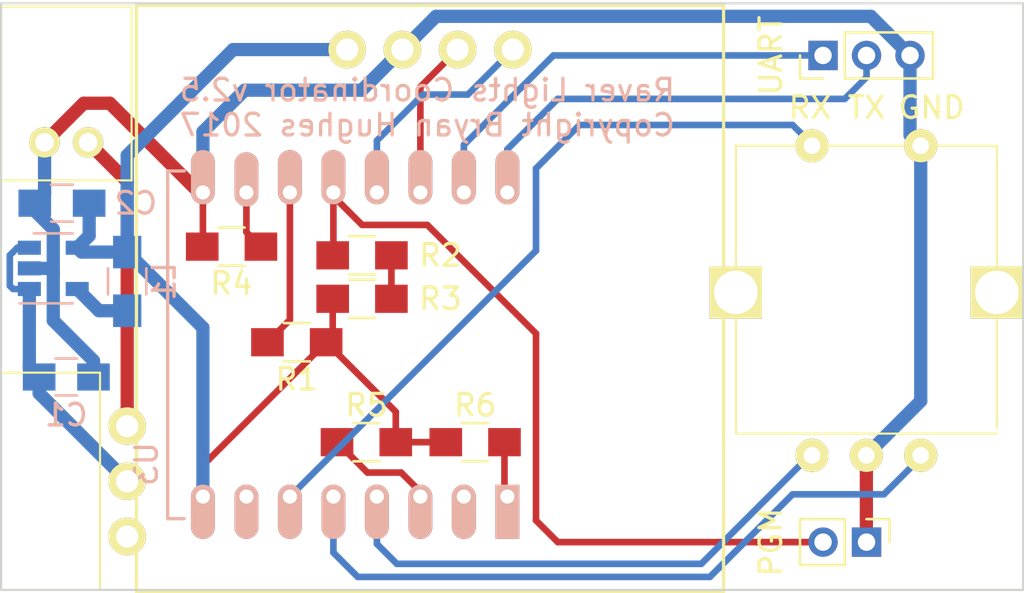
<source format=kicad_pcb>
(kicad_pcb (version 4) (host pcbnew 4.0.2-stable)

  (general
    (links 37)
    (no_connects 0)
    (area 150.149999 98.149999 197.250001 125.250001)
    (thickness 1.6)
    (drawings 11)
    (tracks 113)
    (zones 0)
    (modules 17)
    (nets 19)
  )

  (page A)
  (layers
    (0 F.Cu signal)
    (31 B.Cu signal)
    (32 B.Adhes user)
    (33 F.Adhes user)
    (34 B.Paste user)
    (35 F.Paste user)
    (36 B.SilkS user)
    (37 F.SilkS user)
    (38 B.Mask user)
    (39 F.Mask user)
    (40 Dwgs.User user)
    (41 Cmts.User user)
    (42 Eco1.User user)
    (43 Eco2.User user)
    (44 Edge.Cuts user)
    (45 Margin user)
    (46 B.CrtYd user)
    (47 F.CrtYd user)
    (48 B.Fab user)
    (49 F.Fab user)
  )

  (setup
    (last_trace_width 0.3048)
    (user_trace_width 0.1524)
    (user_trace_width 0.3048)
    (user_trace_width 0.6096)
    (user_trace_width 1.2192)
    (trace_clearance 0.1524)
    (zone_clearance 0.508)
    (zone_45_only no)
    (trace_min 0.1524)
    (segment_width 0.2)
    (edge_width 0.1)
    (via_size 0.6858)
    (via_drill 0.3302)
    (via_min_size 0.6858)
    (via_min_drill 0.3302)
    (uvia_size 0.762)
    (uvia_drill 0.508)
    (uvias_allowed no)
    (uvia_min_size 0)
    (uvia_min_drill 0)
    (pcb_text_width 0.3)
    (pcb_text_size 1.5 1.5)
    (mod_edge_width 0.15)
    (mod_text_size 1 1)
    (mod_text_width 0.15)
    (pad_size 1.35 1.35)
    (pad_drill 0.8)
    (pad_to_mask_clearance 0)
    (aux_axis_origin 0 0)
    (grid_origin 175.2 118.4)
    (visible_elements FFFFFF7F)
    (pcbplotparams
      (layerselection 0x00030_80000001)
      (usegerberextensions false)
      (excludeedgelayer true)
      (linewidth 0.100000)
      (plotframeref false)
      (viasonmask false)
      (mode 1)
      (useauxorigin false)
      (hpglpennumber 1)
      (hpglpenspeed 20)
      (hpglpendiameter 15)
      (hpglpenoverlay 2)
      (psnegative false)
      (psa4output false)
      (plotreference true)
      (plotvalue true)
      (plotinvisibletext false)
      (padsonsilk false)
      (subtractmaskfromsilk false)
      (outputformat 1)
      (mirror false)
      (drillshape 0)
      (scaleselection 1)
      (outputdirectory ""))
  )

  (net 0 "")
  (net 1 "Net-(C1-Pad1)")
  (net 2 "Net-(L1-Pad1)")
  (net 3 "Net-(P1-Pad1)")
  (net 4 "Net-(P4-Pad1)")
  (net 5 "Net-(P4-Pad2)")
  (net 6 "Net-(P5-Pad2)")
  (net 7 "Net-(U3-Pad13)")
  (net 8 "Net-(U3-Pad4)")
  (net 9 "Net-(U3-Pad5)")
  (net 10 "Net-(U3-Pad6)")
  (net 11 "Net-(U3-Pad14)")
  (net 12 GND)
  (net 13 +3V3)
  (net 14 "Net-(R1-Pad2)")
  (net 15 "Net-(R2-Pad2)")
  (net 16 "Net-(R4-Pad1)")
  (net 17 "Net-(R5-Pad1)")
  (net 18 "Net-(R6-Pad2)")

  (net_class Default "This is the default net class."
    (clearance 0.1524)
    (trace_width 0.1524)
    (via_dia 0.6858)
    (via_drill 0.3302)
    (uvia_dia 0.762)
    (uvia_drill 0.508)
    (add_net +3V3)
    (add_net GND)
    (add_net "Net-(C1-Pad1)")
    (add_net "Net-(L1-Pad1)")
    (add_net "Net-(P1-Pad1)")
    (add_net "Net-(P4-Pad1)")
    (add_net "Net-(P4-Pad2)")
    (add_net "Net-(P5-Pad2)")
    (add_net "Net-(R1-Pad2)")
    (add_net "Net-(R2-Pad2)")
    (add_net "Net-(R4-Pad1)")
    (add_net "Net-(R5-Pad1)")
    (add_net "Net-(R6-Pad2)")
    (add_net "Net-(U3-Pad13)")
    (add_net "Net-(U3-Pad14)")
    (add_net "Net-(U3-Pad4)")
    (add_net "Net-(U3-Pad5)")
    (add_net "Net-(U3-Pad6)")
  )

  (module Capacitors_SMD:C_0805_HandSoldering (layer B.Cu) (tedit 58D85A3C) (tstamp 58D4AE15)
    (at 153.2 115.4)
    (descr "Capacitor SMD 0805, hand soldering")
    (tags "capacitor 0805")
    (path /57A0E3BE)
    (attr smd)
    (fp_text reference C1 (at 0 1.75) (layer B.SilkS)
      (effects (font (size 1 1) (thickness 0.15)) (justify mirror))
    )
    (fp_text value 4.7uF (at -8.2 -0.4) (layer B.Fab) hide
      (effects (font (size 1 1) (thickness 0.15)) (justify mirror))
    )
    (fp_text user %R (at 0 1.75) (layer B.SilkS)
      (effects (font (size 1 1) (thickness 0.15)) (justify mirror))
    )
    (fp_line (start -1 -0.62) (end -1 0.62) (layer B.Fab) (width 0.1))
    (fp_line (start 1 -0.62) (end -1 -0.62) (layer B.Fab) (width 0.1))
    (fp_line (start 1 0.62) (end 1 -0.62) (layer B.Fab) (width 0.1))
    (fp_line (start -1 0.62) (end 1 0.62) (layer B.Fab) (width 0.1))
    (fp_line (start 0.5 0.85) (end -0.5 0.85) (layer B.SilkS) (width 0.12))
    (fp_line (start -0.5 -0.85) (end 0.5 -0.85) (layer B.SilkS) (width 0.12))
    (fp_line (start -2.25 0.88) (end 2.25 0.88) (layer B.CrtYd) (width 0.05))
    (fp_line (start -2.25 0.88) (end -2.25 -0.87) (layer B.CrtYd) (width 0.05))
    (fp_line (start 2.25 -0.87) (end 2.25 0.88) (layer B.CrtYd) (width 0.05))
    (fp_line (start 2.25 -0.87) (end -2.25 -0.87) (layer B.CrtYd) (width 0.05))
    (pad 1 smd rect (at -1.25 0) (size 1.5 1.25) (layers B.Cu B.Paste B.Mask)
      (net 1 "Net-(C1-Pad1)"))
    (pad 2 smd rect (at 1.25 0) (size 1.5 1.25) (layers B.Cu B.Paste B.Mask)
      (net 12 GND))
    (model Capacitors_SMD.3dshapes/C_0805.wrl
      (at (xyz 0 0 0))
      (scale (xyz 1 1 1))
      (rotate (xyz 0 0 0))
    )
  )

  (module Capacitors_SMD:C_0805_HandSoldering (layer B.Cu) (tedit 58D9AE2B) (tstamp 58D4AE26)
    (at 153 107.4 180)
    (descr "Capacitor SMD 0805, hand soldering")
    (tags "capacitor 0805")
    (path /57A0E396)
    (attr smd)
    (fp_text reference C2 (at 0 1.75 180) (layer B.SilkS) hide
      (effects (font (size 1 1) (thickness 0.15)) (justify mirror))
    )
    (fp_text value 10uF (at 7 -5.8 180) (layer B.Fab) hide
      (effects (font (size 1 1) (thickness 0.15)) (justify mirror))
    )
    (fp_text user %R (at -3.4 0 180) (layer B.SilkS)
      (effects (font (size 1 1) (thickness 0.15)) (justify mirror))
    )
    (fp_line (start -1 -0.62) (end -1 0.62) (layer B.Fab) (width 0.1))
    (fp_line (start 1 -0.62) (end -1 -0.62) (layer B.Fab) (width 0.1))
    (fp_line (start 1 0.62) (end 1 -0.62) (layer B.Fab) (width 0.1))
    (fp_line (start -1 0.62) (end 1 0.62) (layer B.Fab) (width 0.1))
    (fp_line (start 0.5 0.85) (end -0.5 0.85) (layer B.SilkS) (width 0.12))
    (fp_line (start -0.5 -0.85) (end 0.5 -0.85) (layer B.SilkS) (width 0.12))
    (fp_line (start -2.25 0.88) (end 2.25 0.88) (layer B.CrtYd) (width 0.05))
    (fp_line (start -2.25 0.88) (end -2.25 -0.87) (layer B.CrtYd) (width 0.05))
    (fp_line (start 2.25 -0.87) (end 2.25 0.88) (layer B.CrtYd) (width 0.05))
    (fp_line (start 2.25 -0.87) (end -2.25 -0.87) (layer B.CrtYd) (width 0.05))
    (pad 1 smd rect (at -1.25 0 180) (size 1.5 1.25) (layers B.Cu B.Paste B.Mask)
      (net 13 +3V3))
    (pad 2 smd rect (at 1.25 0 180) (size 1.5 1.25) (layers B.Cu B.Paste B.Mask)
      (net 12 GND))
    (model Capacitors_SMD.3dshapes/C_0805.wrl
      (at (xyz 0 0 0))
      (scale (xyz 1 1 1))
      (rotate (xyz 0 0 0))
    )
  )

  (module Resistors_SMD:R_0805_HandSoldering (layer B.Cu) (tedit 58D85A48) (tstamp 58D4AE37)
    (at 156 111 90)
    (descr "Resistor SMD 0805, hand soldering")
    (tags "resistor 0805")
    (path /57A0E1B1)
    (attr smd)
    (fp_text reference L1 (at 0 1.7 90) (layer B.SilkS)
      (effects (font (size 1 1) (thickness 0.15)) (justify mirror))
    )
    (fp_text value 2.2uH (at -4 -9.6 90) (layer B.Fab) hide
      (effects (font (size 1 1) (thickness 0.15)) (justify mirror))
    )
    (fp_text user %R (at 0 1.7 90) (layer B.SilkS)
      (effects (font (size 1 1) (thickness 0.15)) (justify mirror))
    )
    (fp_line (start -1 -0.62) (end -1 0.62) (layer B.Fab) (width 0.1))
    (fp_line (start 1 -0.62) (end -1 -0.62) (layer B.Fab) (width 0.1))
    (fp_line (start 1 0.62) (end 1 -0.62) (layer B.Fab) (width 0.1))
    (fp_line (start -1 0.62) (end 1 0.62) (layer B.Fab) (width 0.1))
    (fp_line (start 0.6 -0.88) (end -0.6 -0.88) (layer B.SilkS) (width 0.12))
    (fp_line (start -0.6 0.88) (end 0.6 0.88) (layer B.SilkS) (width 0.12))
    (fp_line (start -2.35 0.9) (end 2.35 0.9) (layer B.CrtYd) (width 0.05))
    (fp_line (start -2.35 0.9) (end -2.35 -0.9) (layer B.CrtYd) (width 0.05))
    (fp_line (start 2.35 -0.9) (end 2.35 0.9) (layer B.CrtYd) (width 0.05))
    (fp_line (start 2.35 -0.9) (end -2.35 -0.9) (layer B.CrtYd) (width 0.05))
    (pad 1 smd rect (at -1.35 0 90) (size 1.5 1.3) (layers B.Cu B.Paste B.Mask)
      (net 2 "Net-(L1-Pad1)"))
    (pad 2 smd rect (at 1.35 0 90) (size 1.5 1.3) (layers B.Cu B.Paste B.Mask)
      (net 13 +3V3))
    (model Resistors_SMD.3dshapes/R_0805.wrl
      (at (xyz 0 0 0))
      (scale (xyz 1 1 1))
      (rotate (xyz 0 0 0))
    )
  )

  (module PH_Connector:S2B-PH-K-S (layer F.Cu) (tedit 58D85B4D) (tstamp 58D4AE41)
    (at 153.2 104.6 180)
    (path /57A0DC23)
    (fp_text reference P1 (at 0 3.25 180) (layer F.SilkS) hide
      (effects (font (size 1 1) (thickness 0.15)))
    )
    (fp_text value POWER (at 7.6 -1.2 180) (layer F.Fab) hide
      (effects (font (size 1 1) (thickness 0.15)))
    )
    (fp_line (start 3 -1.75) (end -3 -1.75) (layer F.SilkS) (width 0.1))
    (fp_line (start -3 -1.75) (end -3 6.25) (layer F.SilkS) (width 0.1))
    (fp_line (start -3 6.25) (end 3 6.25) (layer F.SilkS) (width 0.1))
    (fp_line (start 3 6.25) (end 3 -1.75) (layer F.SilkS) (width 0.1))
    (pad 1 thru_hole circle (at -1 0 180) (size 1.4 1.4) (drill 0.85) (layers *.Cu *.Mask F.SilkS)
      (net 3 "Net-(P1-Pad1)"))
    (pad 2 thru_hole circle (at 1 0 180) (size 1.4 1.4) (drill 0.85) (layers *.Cu *.Mask F.SilkS)
      (net 12 GND))
  )

  (module Pin_Headers:Pin_Header_Straight_1x03_Pitch2.00mm (layer F.Cu) (tedit 58D85B6E) (tstamp 58D4AE6E)
    (at 188 100.6 90)
    (descr "Through hole straight pin header, 1x03, 2.00mm pitch, single row")
    (tags "Through hole pin header THT 1x03 2.00mm single row")
    (path /584F7038)
    (fp_text reference P4 (at 0 -2.06 90) (layer F.SilkS) hide
      (effects (font (size 1 1) (thickness 0.15)))
    )
    (fp_text value SERIAL (at -0.162 6.164 90) (layer F.Fab) hide
      (effects (font (size 1 1) (thickness 0.15)))
    )
    (fp_line (start -1 -1) (end -1 5) (layer F.Fab) (width 0.1))
    (fp_line (start -1 5) (end 1 5) (layer F.Fab) (width 0.1))
    (fp_line (start 1 5) (end 1 -1) (layer F.Fab) (width 0.1))
    (fp_line (start 1 -1) (end -1 -1) (layer F.Fab) (width 0.1))
    (fp_line (start -1.06 1) (end -1.06 5.06) (layer F.SilkS) (width 0.12))
    (fp_line (start -1.06 5.06) (end 1.06 5.06) (layer F.SilkS) (width 0.12))
    (fp_line (start 1.06 5.06) (end 1.06 1) (layer F.SilkS) (width 0.12))
    (fp_line (start 1.06 1) (end -1.06 1) (layer F.SilkS) (width 0.12))
    (fp_line (start -1.06 0) (end -1.06 -1.06) (layer F.SilkS) (width 0.12))
    (fp_line (start -1.06 -1.06) (end 0 -1.06) (layer F.SilkS) (width 0.12))
    (fp_line (start -1.5 -1.5) (end -1.5 5.5) (layer F.CrtYd) (width 0.05))
    (fp_line (start -1.5 5.5) (end 1.5 5.5) (layer F.CrtYd) (width 0.05))
    (fp_line (start 1.5 5.5) (end 1.5 -1.5) (layer F.CrtYd) (width 0.05))
    (fp_line (start 1.5 -1.5) (end -1.5 -1.5) (layer F.CrtYd) (width 0.05))
    (fp_text user %R (at 0 -2.06 90) (layer F.Fab) hide
      (effects (font (size 1 1) (thickness 0.15)))
    )
    (pad 1 thru_hole rect (at 0 0 90) (size 1.35 1.35) (drill 0.8) (layers *.Cu *.Mask)
      (net 4 "Net-(P4-Pad1)"))
    (pad 2 thru_hole oval (at 0 2 90) (size 1.35 1.35) (drill 0.8) (layers *.Cu *.Mask)
      (net 5 "Net-(P4-Pad2)"))
    (pad 3 thru_hole oval (at 0 4 90) (size 1.35 1.35) (drill 0.8) (layers *.Cu *.Mask)
      (net 12 GND))
    (model ${KISYS3DMOD}/Pin_Headers.3dshapes/Pin_Header_Straight_1x03_Pitch2.00mm.wrl
      (at (xyz 0 0 0))
      (scale (xyz 1 1 1))
      (rotate (xyz 0 0 0))
    )
  )

  (module Pin_Headers:Pin_Header_Straight_1x02_Pitch2.00mm (layer F.Cu) (tedit 58D85B74) (tstamp 58D4AE83)
    (at 190 123 270)
    (descr "Through hole straight pin header, 1x02, 2.00mm pitch, single row")
    (tags "Through hole pin header THT 1x02 2.00mm single row")
    (path /58859834)
    (fp_text reference P5 (at 4.2 1.8 270) (layer F.SilkS) hide
      (effects (font (size 1 1) (thickness 0.15)))
    )
    (fp_text value PGRM (at 0 4.06 270) (layer F.Fab) hide
      (effects (font (size 1 1) (thickness 0.15)))
    )
    (fp_line (start -1 -1) (end -1 3) (layer F.Fab) (width 0.1))
    (fp_line (start -1 3) (end 1 3) (layer F.Fab) (width 0.1))
    (fp_line (start 1 3) (end 1 -1) (layer F.Fab) (width 0.1))
    (fp_line (start 1 -1) (end -1 -1) (layer F.Fab) (width 0.1))
    (fp_line (start -1.06 1) (end -1.06 3.06) (layer F.SilkS) (width 0.12))
    (fp_line (start -1.06 3.06) (end 1.06 3.06) (layer F.SilkS) (width 0.12))
    (fp_line (start 1.06 3.06) (end 1.06 1) (layer F.SilkS) (width 0.12))
    (fp_line (start 1.06 1) (end -1.06 1) (layer F.SilkS) (width 0.12))
    (fp_line (start -1.06 0) (end -1.06 -1.06) (layer F.SilkS) (width 0.12))
    (fp_line (start -1.06 -1.06) (end 0 -1.06) (layer F.SilkS) (width 0.12))
    (fp_line (start -1.5 -1.5) (end -1.5 3.5) (layer F.CrtYd) (width 0.05))
    (fp_line (start -1.5 3.5) (end 1.5 3.5) (layer F.CrtYd) (width 0.05))
    (fp_line (start 1.5 3.5) (end 1.5 -1.5) (layer F.CrtYd) (width 0.05))
    (fp_line (start 1.5 -1.5) (end -1.5 -1.5) (layer F.CrtYd) (width 0.05))
    (fp_text user %R (at 0 -2.06 270) (layer F.Fab) hide
      (effects (font (size 1 1) (thickness 0.15)))
    )
    (pad 1 thru_hole rect (at 0 0 270) (size 1.35 1.35) (drill 0.8) (layers *.Cu *.Mask)
      (net 12 GND))
    (pad 2 thru_hole oval (at 0 2 270) (size 1.35 1.35) (drill 0.8) (layers *.Cu *.Mask)
      (net 6 "Net-(P5-Pad2)"))
    (model ${KISYS3DMOD}/Pin_Headers.3dshapes/Pin_Header_Straight_1x02_Pitch2.00mm.wrl
      (at (xyz 0 0 0))
      (scale (xyz 1 1 1))
      (rotate (xyz 0 0 0))
    )
  )

  (module Resistors_SMD:R_0805_HandSoldering (layer F.Cu) (tedit 58D85AC3) (tstamp 58D4AEB0)
    (at 163.8 113.8 180)
    (descr "Resistor SMD 0805, hand soldering")
    (tags "resistor 0805")
    (path /589793EA)
    (attr smd)
    (fp_text reference R1 (at 0 -1.7 180) (layer F.SilkS)
      (effects (font (size 1 1) (thickness 0.15)))
    )
    (fp_text value 10k (at 0 1.75 180) (layer F.Fab) hide
      (effects (font (size 1 1) (thickness 0.15)))
    )
    (fp_text user %R (at 0 -1.7 180) (layer F.Fab) hide
      (effects (font (size 1 1) (thickness 0.15)))
    )
    (fp_line (start -1 0.62) (end -1 -0.62) (layer F.Fab) (width 0.1))
    (fp_line (start 1 0.62) (end -1 0.62) (layer F.Fab) (width 0.1))
    (fp_line (start 1 -0.62) (end 1 0.62) (layer F.Fab) (width 0.1))
    (fp_line (start -1 -0.62) (end 1 -0.62) (layer F.Fab) (width 0.1))
    (fp_line (start 0.6 0.88) (end -0.6 0.88) (layer F.SilkS) (width 0.12))
    (fp_line (start -0.6 -0.88) (end 0.6 -0.88) (layer F.SilkS) (width 0.12))
    (fp_line (start -2.35 -0.9) (end 2.35 -0.9) (layer F.CrtYd) (width 0.05))
    (fp_line (start -2.35 -0.9) (end -2.35 0.9) (layer F.CrtYd) (width 0.05))
    (fp_line (start 2.35 0.9) (end 2.35 -0.9) (layer F.CrtYd) (width 0.05))
    (fp_line (start 2.35 0.9) (end -2.35 0.9) (layer F.CrtYd) (width 0.05))
    (pad 1 smd rect (at -1.35 0 180) (size 1.5 1.3) (layers F.Cu F.Paste F.Mask)
      (net 13 +3V3))
    (pad 2 smd rect (at 1.35 0 180) (size 1.5 1.3) (layers F.Cu F.Paste F.Mask)
      (net 14 "Net-(R1-Pad2)"))
    (model Resistors_SMD.3dshapes/R_0805.wrl
      (at (xyz 0 0 0))
      (scale (xyz 1 1 1))
      (rotate (xyz 0 0 0))
    )
  )

  (module Resistors_SMD:R_0805_HandSoldering (layer F.Cu) (tedit 58D85AB9) (tstamp 58D4AEC1)
    (at 166.8 109.8)
    (descr "Resistor SMD 0805, hand soldering")
    (tags "resistor 0805")
    (path /58978884)
    (attr smd)
    (fp_text reference R2 (at 3.6 0) (layer F.SilkS)
      (effects (font (size 1 1) (thickness 0.15)))
    )
    (fp_text value 1k (at 0 1.75) (layer F.Fab) hide
      (effects (font (size 1 1) (thickness 0.15)))
    )
    (fp_text user %R (at 3.6 0) (layer F.Fab) hide
      (effects (font (size 1 1) (thickness 0.15)))
    )
    (fp_line (start -1 0.62) (end -1 -0.62) (layer F.Fab) (width 0.1))
    (fp_line (start 1 0.62) (end -1 0.62) (layer F.Fab) (width 0.1))
    (fp_line (start 1 -0.62) (end 1 0.62) (layer F.Fab) (width 0.1))
    (fp_line (start -1 -0.62) (end 1 -0.62) (layer F.Fab) (width 0.1))
    (fp_line (start 0.6 0.88) (end -0.6 0.88) (layer F.SilkS) (width 0.12))
    (fp_line (start -0.6 -0.88) (end 0.6 -0.88) (layer F.SilkS) (width 0.12))
    (fp_line (start -2.35 -0.9) (end 2.35 -0.9) (layer F.CrtYd) (width 0.05))
    (fp_line (start -2.35 -0.9) (end -2.35 0.9) (layer F.CrtYd) (width 0.05))
    (fp_line (start 2.35 0.9) (end 2.35 -0.9) (layer F.CrtYd) (width 0.05))
    (fp_line (start 2.35 0.9) (end -2.35 0.9) (layer F.CrtYd) (width 0.05))
    (pad 1 smd rect (at -1.35 0) (size 1.5 1.3) (layers F.Cu F.Paste F.Mask)
      (net 6 "Net-(P5-Pad2)"))
    (pad 2 smd rect (at 1.35 0) (size 1.5 1.3) (layers F.Cu F.Paste F.Mask)
      (net 15 "Net-(R2-Pad2)"))
    (model Resistors_SMD.3dshapes/R_0805.wrl
      (at (xyz 0 0 0))
      (scale (xyz 1 1 1))
      (rotate (xyz 0 0 0))
    )
  )

  (module CL-SA-12C:CL-SA-12C4 (layer F.Cu) (tedit 58D85B54) (tstamp 58D4AECC)
    (at 156 120.2 270)
    (path /57A0DADD)
    (fp_text reference SW1 (at 0.25 3.5 270) (layer F.SilkS) hide
      (effects (font (size 1 1) (thickness 0.15)))
    )
    (fp_text value Switch_SPDT_x2 (at 0 6.75 270) (layer F.Fab) hide
      (effects (font (size 1 1) (thickness 0.15)))
    )
    (fp_line (start -5 5.75) (end -5 1.25) (layer F.SilkS) (width 0.1))
    (fp_line (start 5 1.25) (end 5 5.75) (layer F.SilkS) (width 0.1))
    (fp_line (start 5 5.75) (end -5 5.75) (layer F.CrtYd) (width 0.1))
    (fp_line (start -5 1.25) (end 5 1.25) (layer F.SilkS) (width 0.1))
    (pad 2 thru_hole circle (at 0 0 270) (size 1.7272 1.7272) (drill 1.016) (layers *.Cu *.Mask F.SilkS)
      (net 1 "Net-(C1-Pad1)"))
    (pad 1 thru_hole circle (at -2.54 0 270) (size 1.7272 1.7272) (drill 1.016) (layers *.Cu *.Mask F.SilkS)
      (net 3 "Net-(P1-Pad1)"))
    (pad 3 thru_hole circle (at 2.54 0 270) (size 1.7272 1.7272) (drill 1.016) (layers *.Cu *.Mask F.SilkS))
  )

  (module TO_SOT_Packages_SMD:SOT-23-5 (layer B.Cu) (tedit 58D85723) (tstamp 58D4AEE1)
    (at 152.6 110.4)
    (descr "5-pin SOT23 package")
    (tags SOT-23-5)
    (path /57A0D83A)
    (attr smd)
    (fp_text reference U1 (at 0 2.9) (layer B.SilkS) hide
      (effects (font (size 1 1) (thickness 0.15)) (justify mirror))
    )
    (fp_text value LM3671 (at -8 2) (layer B.Fab) hide
      (effects (font (size 1 1) (thickness 0.15)) (justify mirror))
    )
    (fp_text user %R (at 0 0) (layer B.Fab) hide
      (effects (font (size 0.5 0.5) (thickness 0.075)) (justify mirror))
    )
    (fp_line (start -0.9 -1.61) (end 0.9 -1.61) (layer B.SilkS) (width 0.12))
    (fp_line (start 0.9 1.61) (end -1.55 1.61) (layer B.SilkS) (width 0.12))
    (fp_line (start -1.9 1.8) (end 1.9 1.8) (layer B.CrtYd) (width 0.05))
    (fp_line (start 1.9 1.8) (end 1.9 -1.8) (layer B.CrtYd) (width 0.05))
    (fp_line (start 1.9 -1.8) (end -1.9 -1.8) (layer B.CrtYd) (width 0.05))
    (fp_line (start -1.9 -1.8) (end -1.9 1.8) (layer B.CrtYd) (width 0.05))
    (fp_line (start -0.9 0.9) (end -0.25 1.55) (layer B.Fab) (width 0.1))
    (fp_line (start 0.9 1.55) (end -0.25 1.55) (layer B.Fab) (width 0.1))
    (fp_line (start -0.9 0.9) (end -0.9 -1.55) (layer B.Fab) (width 0.1))
    (fp_line (start 0.9 -1.55) (end -0.9 -1.55) (layer B.Fab) (width 0.1))
    (fp_line (start 0.9 1.55) (end 0.9 -1.55) (layer B.Fab) (width 0.1))
    (pad 1 smd rect (at -1.1 0.95) (size 1.06 0.65) (layers B.Cu B.Paste B.Mask)
      (net 1 "Net-(C1-Pad1)"))
    (pad 2 smd rect (at -1.1 0) (size 1.06 0.65) (layers B.Cu B.Paste B.Mask)
      (net 12 GND))
    (pad 3 smd rect (at -1.1 -0.95) (size 1.06 0.65) (layers B.Cu B.Paste B.Mask)
      (net 1 "Net-(C1-Pad1)"))
    (pad 4 smd rect (at 1.1 -0.95) (size 1.06 0.65) (layers B.Cu B.Paste B.Mask)
      (net 13 +3V3))
    (pad 5 smd rect (at 1.1 0.95) (size 1.06 0.65) (layers B.Cu B.Paste B.Mask)
      (net 2 "Net-(L1-Pad1)"))
    (model ${KISYS3DMOD}/TO_SOT_Packages_SMD.3dshapes/SOT-23-5.wrl
      (at (xyz 0 0 0))
      (scale (xyz 1 1 1))
      (rotate (xyz 0 0 0))
    )
  )

  (module ESP8266:ESP-12 (layer B.Cu) (tedit 58D9AB3F) (tstamp 58D4AF09)
    (at 173.482 120.904 90)
    (descr "Module, ESP-8266, ESP-12, 16 pad, SMD")
    (tags "Module ESP-8266 ESP8266")
    (path /58977E50)
    (fp_text reference U3 (at 1.5 -16.6 90) (layer B.SilkS)
      (effects (font (size 1 1) (thickness 0.15)) (justify mirror))
    )
    (fp_text value ESP-12E (at 6.992 -1 90) (layer B.Fab) hide
      (effects (font (size 1 1) (thickness 0.15)) (justify mirror))
    )
    (fp_line (start -2.25 0.5) (end -2.25 8.75) (layer B.CrtYd) (width 0.05))
    (fp_line (start -2.25 8.75) (end 15.25 8.75) (layer B.CrtYd) (width 0.05))
    (fp_line (start 15.25 8.75) (end 16.25 8.75) (layer B.CrtYd) (width 0.05))
    (fp_line (start 16.25 8.75) (end 16.25 -16) (layer B.CrtYd) (width 0.05))
    (fp_line (start 16.25 -16) (end -2.25 -16) (layer B.CrtYd) (width 0.05))
    (fp_line (start -2.25 -16) (end -2.25 0.5) (layer B.CrtYd) (width 0.05))
    (fp_line (start -1.016 8.382) (end 14.986 8.382) (layer B.CrtYd) (width 0.1524))
    (fp_line (start 14.986 8.382) (end 14.986 0.889) (layer B.CrtYd) (width 0.1524))
    (fp_line (start -1.016 8.382) (end -1.016 1.016) (layer B.CrtYd) (width 0.1524))
    (fp_line (start -1.016 -14.859) (end -1.016 -15.621) (layer B.SilkS) (width 0.1524))
    (fp_line (start -1.016 -15.621) (end 14.986 -15.621) (layer B.SilkS) (width 0.1524))
    (fp_line (start 14.986 -15.621) (end 14.986 -14.859) (layer B.SilkS) (width 0.1524))
    (fp_line (start 14.992 8.4) (end -1.008 2.6) (layer B.CrtYd) (width 0.1524))
    (fp_line (start -1.008 8.4) (end 14.992 2.6) (layer B.CrtYd) (width 0.1524))
    (fp_text user "No Copper" (at 6.892 5.4 90) (layer B.CrtYd)
      (effects (font (size 1 1) (thickness 0.15)) (justify mirror))
    )
    (fp_line (start -1.008 2.6) (end 14.992 2.6) (layer B.CrtYd) (width 0.1524))
    (fp_line (start 15 8.4) (end 15 -15.6) (layer B.Fab) (width 0.05))
    (fp_line (start 14.992 -15.6) (end -1.008 -15.6) (layer B.Fab) (width 0.05))
    (fp_line (start -1.008 -15.6) (end -1.008 8.4) (layer B.Fab) (width 0.05))
    (fp_line (start -1.008 8.4) (end 14.992 8.4) (layer B.Fab) (width 0.05))
    (pad 1 thru_hole rect (at 0 0 90) (size 2.5 1.1) (drill 0.65 (offset -0.7 0)) (layers *.Cu *.Mask B.SilkS)
      (net 18 "Net-(R6-Pad2)"))
    (pad 2 thru_hole oval (at 0 -2 90) (size 2.5 1.1) (drill 0.65 (offset -0.7 0)) (layers *.Cu *.Mask B.SilkS))
    (pad 3 thru_hole oval (at 0 -4 90) (size 2.5 1.1) (drill 0.65 (offset -0.7 0)) (layers *.Cu *.Mask B.SilkS)
      (net 17 "Net-(R5-Pad1)"))
    (pad 4 thru_hole oval (at 0 -6 90) (size 2.5 1.1) (drill 0.65 (offset -0.7 0)) (layers *.Cu *.Mask B.SilkS)
      (net 8 "Net-(U3-Pad4)"))
    (pad 5 thru_hole oval (at 0 -8 90) (size 2.5 1.1) (drill 0.65 (offset -0.7 0)) (layers *.Cu *.Mask B.SilkS)
      (net 9 "Net-(U3-Pad5)"))
    (pad 6 thru_hole oval (at 0 -10 90) (size 2.5 1.1) (drill 0.65 (offset -0.7 0)) (layers *.Cu *.Mask B.SilkS)
      (net 10 "Net-(U3-Pad6)"))
    (pad 7 thru_hole oval (at 0 -12 90) (size 2.5 1.1) (drill 0.65 (offset -0.7 0)) (layers *.Cu *.Mask B.SilkS))
    (pad 8 thru_hole oval (at 0 -14 90) (size 2.5 1.1) (drill 0.65 (offset -0.7 0)) (layers *.Cu *.Mask B.SilkS)
      (net 13 +3V3))
    (pad 9 thru_hole oval (at 14 -14 90) (size 2.5 1.1) (drill 0.65 (offset 0.7 0)) (layers *.Cu *.Mask B.SilkS)
      (net 12 GND))
    (pad 10 thru_hole oval (at 14 -12 90) (size 2.5 1.1) (drill 0.65 (offset 0.6 0)) (layers *.Cu *.Mask B.SilkS)
      (net 16 "Net-(R4-Pad1)"))
    (pad 11 thru_hole oval (at 14 -10 90) (size 2.5 1.1) (drill 0.65 (offset 0.7 0)) (layers *.Cu *.Mask B.SilkS)
      (net 14 "Net-(R1-Pad2)"))
    (pad 12 thru_hole oval (at 14 -8 90) (size 2.5 1.1) (drill 0.65 (offset 0.7 0)) (layers *.Cu *.Mask B.SilkS)
      (net 6 "Net-(P5-Pad2)"))
    (pad 13 thru_hole oval (at 14 -6 90) (size 2.5 1.1) (drill 0.65 (offset 0.7 0)) (layers *.Cu *.Mask B.SilkS)
      (net 7 "Net-(U3-Pad13)"))
    (pad 14 thru_hole oval (at 14 -4 90) (size 2.5 1.1) (drill 0.65 (offset 0.7 0)) (layers *.Cu *.Mask B.SilkS)
      (net 11 "Net-(U3-Pad14)"))
    (pad 15 thru_hole oval (at 14 -2 90) (size 2.5 1.1) (drill 0.65 (offset 0.7 0)) (layers *.Cu *.Mask B.SilkS)
      (net 4 "Net-(P4-Pad1)"))
    (pad 16 thru_hole oval (at 14 0 90) (size 2.5 1.1) (drill 0.65 (offset 0.7 0)) (layers *.Cu *.Mask B.SilkS)
      (net 5 "Net-(P4-Pad2)"))
    (model ${ESPLIB}/ESP8266.3dshapes/ESP-12.wrl
      (at (xyz 0 0 0))
      (scale (xyz 0.3937 0.3937 0.3937))
      (rotate (xyz 0 0 0))
    )
  )

  (module DIY-OLED:DIY-OLED-0.96 (layer F.Cu) (tedit 58D85B5E) (tstamp 58D4AF15)
    (at 169.926 98.298)
    (path /5898EB2B)
    (fp_text reference U4 (at 0 7.62) (layer F.SilkS) hide
      (effects (font (size 1 1) (thickness 0.15)))
    )
    (fp_text value DIY-OLED-0.96 (at 0 5.08) (layer F.Fab) hide
      (effects (font (size 1 1) (thickness 0.15)))
    )
    (fp_line (start -13.5 27) (end -13.5 0) (layer F.SilkS) (width 0.15))
    (fp_line (start 13.5 27) (end -13.5 27) (layer F.SilkS) (width 0.15))
    (fp_line (start 13.5 0) (end 13.5 27) (layer F.SilkS) (width 0.15))
    (fp_line (start 13.5 0) (end -13.5 0) (layer F.SilkS) (width 0.15))
    (pad 1 thru_hole circle (at -3.81 2.032) (size 1.7272 1.7272) (drill 1.016) (layers *.Cu *.Mask F.SilkS)
      (net 13 +3V3))
    (pad 2 thru_hole circle (at -1.27 2.032) (size 1.7272 1.7272) (drill 1.016) (layers *.Cu *.Mask F.SilkS)
      (net 12 GND))
    (pad 3 thru_hole circle (at 1.27 2.032) (size 1.7272 1.7272) (drill 1.016) (layers *.Cu *.Mask F.SilkS)
      (net 11 "Net-(U3-Pad14)"))
    (pad 4 thru_hole circle (at 3.81 2.032) (size 1.7272 1.7272) (drill 1.016) (layers *.Cu *.Mask F.SilkS)
      (net 7 "Net-(U3-Pad13)"))
  )

  (module Resistors_SMD:R_0805_HandSoldering (layer F.Cu) (tedit 58D85AB3) (tstamp 58D855B8)
    (at 166.8 111.8)
    (descr "Resistor SMD 0805, hand soldering")
    (tags "resistor 0805")
    (path /58D856A4)
    (attr smd)
    (fp_text reference R3 (at 3.6 0) (layer F.SilkS)
      (effects (font (size 1 1) (thickness 0.15)))
    )
    (fp_text value 0 (at 0 1.75) (layer F.Fab) hide
      (effects (font (size 1 1) (thickness 0.15)))
    )
    (fp_text user %R (at 3.6 0) (layer F.Fab) hide
      (effects (font (size 1 1) (thickness 0.15)))
    )
    (fp_line (start -1 0.62) (end -1 -0.62) (layer F.Fab) (width 0.1))
    (fp_line (start 1 0.62) (end -1 0.62) (layer F.Fab) (width 0.1))
    (fp_line (start 1 -0.62) (end 1 0.62) (layer F.Fab) (width 0.1))
    (fp_line (start -1 -0.62) (end 1 -0.62) (layer F.Fab) (width 0.1))
    (fp_line (start 0.6 0.88) (end -0.6 0.88) (layer F.SilkS) (width 0.12))
    (fp_line (start -0.6 -0.88) (end 0.6 -0.88) (layer F.SilkS) (width 0.12))
    (fp_line (start -2.35 -0.9) (end 2.35 -0.9) (layer F.CrtYd) (width 0.05))
    (fp_line (start -2.35 -0.9) (end -2.35 0.9) (layer F.CrtYd) (width 0.05))
    (fp_line (start 2.35 0.9) (end 2.35 -0.9) (layer F.CrtYd) (width 0.05))
    (fp_line (start 2.35 0.9) (end -2.35 0.9) (layer F.CrtYd) (width 0.05))
    (pad 1 smd rect (at -1.35 0) (size 1.5 1.3) (layers F.Cu F.Paste F.Mask)
      (net 13 +3V3))
    (pad 2 smd rect (at 1.35 0) (size 1.5 1.3) (layers F.Cu F.Paste F.Mask)
      (net 15 "Net-(R2-Pad2)"))
    (model Resistors_SMD.3dshapes/R_0805.wrl
      (at (xyz 0 0 0))
      (scale (xyz 1 1 1))
      (rotate (xyz 0 0 0))
    )
  )

  (module Resistors_SMD:R_0805_HandSoldering (layer F.Cu) (tedit 58D85ACC) (tstamp 58D855C9)
    (at 160.8 109.4 180)
    (descr "Resistor SMD 0805, hand soldering")
    (tags "resistor 0805")
    (path /58D6EE96)
    (attr smd)
    (fp_text reference R4 (at 0 -1.7 180) (layer F.SilkS)
      (effects (font (size 1 1) (thickness 0.15)))
    )
    (fp_text value 10k (at 0 1.75 180) (layer F.Fab) hide
      (effects (font (size 1 1) (thickness 0.15)))
    )
    (fp_text user %R (at 0 -1.7 180) (layer F.Fab) hide
      (effects (font (size 1 1) (thickness 0.15)))
    )
    (fp_line (start -1 0.62) (end -1 -0.62) (layer F.Fab) (width 0.1))
    (fp_line (start 1 0.62) (end -1 0.62) (layer F.Fab) (width 0.1))
    (fp_line (start 1 -0.62) (end 1 0.62) (layer F.Fab) (width 0.1))
    (fp_line (start -1 -0.62) (end 1 -0.62) (layer F.Fab) (width 0.1))
    (fp_line (start 0.6 0.88) (end -0.6 0.88) (layer F.SilkS) (width 0.12))
    (fp_line (start -0.6 -0.88) (end 0.6 -0.88) (layer F.SilkS) (width 0.12))
    (fp_line (start -2.35 -0.9) (end 2.35 -0.9) (layer F.CrtYd) (width 0.05))
    (fp_line (start -2.35 -0.9) (end -2.35 0.9) (layer F.CrtYd) (width 0.05))
    (fp_line (start 2.35 0.9) (end 2.35 -0.9) (layer F.CrtYd) (width 0.05))
    (fp_line (start 2.35 0.9) (end -2.35 0.9) (layer F.CrtYd) (width 0.05))
    (pad 1 smd rect (at -1.35 0 180) (size 1.5 1.3) (layers F.Cu F.Paste F.Mask)
      (net 16 "Net-(R4-Pad1)"))
    (pad 2 smd rect (at 1.35 0 180) (size 1.5 1.3) (layers F.Cu F.Paste F.Mask)
      (net 12 GND))
    (model Resistors_SMD.3dshapes/R_0805.wrl
      (at (xyz 0 0 0))
      (scale (xyz 1 1 1))
      (rotate (xyz 0 0 0))
    )
  )

  (module Resistors_SMD:R_0805_HandSoldering (layer F.Cu) (tedit 58D85AF2) (tstamp 58D855DA)
    (at 167 118.4)
    (descr "Resistor SMD 0805, hand soldering")
    (tags "resistor 0805")
    (path /58D3649D)
    (attr smd)
    (fp_text reference R5 (at 0 -1.7) (layer F.SilkS)
      (effects (font (size 1 1) (thickness 0.15)))
    )
    (fp_text value 10k (at 0 1.75) (layer F.Fab) hide
      (effects (font (size 1 1) (thickness 0.15)))
    )
    (fp_text user %R (at 0 -1.7) (layer F.Fab) hide
      (effects (font (size 1 1) (thickness 0.15)))
    )
    (fp_line (start -1 0.62) (end -1 -0.62) (layer F.Fab) (width 0.1))
    (fp_line (start 1 0.62) (end -1 0.62) (layer F.Fab) (width 0.1))
    (fp_line (start 1 -0.62) (end 1 0.62) (layer F.Fab) (width 0.1))
    (fp_line (start -1 -0.62) (end 1 -0.62) (layer F.Fab) (width 0.1))
    (fp_line (start 0.6 0.88) (end -0.6 0.88) (layer F.SilkS) (width 0.12))
    (fp_line (start -0.6 -0.88) (end 0.6 -0.88) (layer F.SilkS) (width 0.12))
    (fp_line (start -2.35 -0.9) (end 2.35 -0.9) (layer F.CrtYd) (width 0.05))
    (fp_line (start -2.35 -0.9) (end -2.35 0.9) (layer F.CrtYd) (width 0.05))
    (fp_line (start 2.35 0.9) (end 2.35 -0.9) (layer F.CrtYd) (width 0.05))
    (fp_line (start 2.35 0.9) (end -2.35 0.9) (layer F.CrtYd) (width 0.05))
    (pad 1 smd rect (at -1.35 0) (size 1.5 1.3) (layers F.Cu F.Paste F.Mask)
      (net 17 "Net-(R5-Pad1)"))
    (pad 2 smd rect (at 1.35 0) (size 1.5 1.3) (layers F.Cu F.Paste F.Mask)
      (net 13 +3V3))
    (model Resistors_SMD.3dshapes/R_0805.wrl
      (at (xyz 0 0 0))
      (scale (xyz 1 1 1))
      (rotate (xyz 0 0 0))
    )
  )

  (module Resistors_SMD:R_0805_HandSoldering (layer F.Cu) (tedit 58D85AE9) (tstamp 58D855EB)
    (at 172 118.4)
    (descr "Resistor SMD 0805, hand soldering")
    (tags "resistor 0805")
    (path /58D6E0DB)
    (attr smd)
    (fp_text reference R6 (at 0 -1.7) (layer F.SilkS)
      (effects (font (size 1 1) (thickness 0.15)))
    )
    (fp_text value 10k (at 0 1.75) (layer F.Fab) hide
      (effects (font (size 1 1) (thickness 0.15)))
    )
    (fp_text user %R (at 0 -1.7) (layer F.Fab) hide
      (effects (font (size 1 1) (thickness 0.15)))
    )
    (fp_line (start -1 0.62) (end -1 -0.62) (layer F.Fab) (width 0.1))
    (fp_line (start 1 0.62) (end -1 0.62) (layer F.Fab) (width 0.1))
    (fp_line (start 1 -0.62) (end 1 0.62) (layer F.Fab) (width 0.1))
    (fp_line (start -1 -0.62) (end 1 -0.62) (layer F.Fab) (width 0.1))
    (fp_line (start 0.6 0.88) (end -0.6 0.88) (layer F.SilkS) (width 0.12))
    (fp_line (start -0.6 -0.88) (end 0.6 -0.88) (layer F.SilkS) (width 0.12))
    (fp_line (start -2.35 -0.9) (end 2.35 -0.9) (layer F.CrtYd) (width 0.05))
    (fp_line (start -2.35 -0.9) (end -2.35 0.9) (layer F.CrtYd) (width 0.05))
    (fp_line (start 2.35 0.9) (end 2.35 -0.9) (layer F.CrtYd) (width 0.05))
    (fp_line (start 2.35 0.9) (end -2.35 0.9) (layer F.CrtYd) (width 0.05))
    (pad 1 smd rect (at -1.35 0) (size 1.5 1.3) (layers F.Cu F.Paste F.Mask)
      (net 13 +3V3))
    (pad 2 smd rect (at 1.35 0) (size 1.5 1.3) (layers F.Cu F.Paste F.Mask)
      (net 18 "Net-(R6-Pad2)"))
    (model Resistors_SMD.3dshapes/R_0805.wrl
      (at (xyz 0 0 0))
      (scale (xyz 1 1 1))
      (rotate (xyz 0 0 0))
    )
  )

  (module Rotary_Encoder:Rotary_Encoder (layer F.Cu) (tedit 58D85B35) (tstamp 58D4AF24)
    (at 189.992 111.506)
    (path /58D36C2B)
    (fp_text reference U5 (at 0 0.5) (layer F.SilkS) hide
      (effects (font (size 1 1) (thickness 0.15)))
    )
    (fp_text value Rotary_Encoder (at 0 -9.5) (layer F.Fab) hide
      (effects (font (size 1 1) (thickness 0.15)))
    )
    (fp_line (start 6 -6.75) (end 6 6.25) (layer F.SilkS) (width 0.1))
    (fp_line (start -6 -6.75) (end -6 6.5) (layer F.SilkS) (width 0.1))
    (fp_line (start -6 -6.75) (end 6 -6.75) (layer F.SilkS) (width 0.1))
    (fp_line (start -6 6.5) (end 6 6.5) (layer F.SilkS) (width 0.1))
    (pad 1 thru_hole circle (at -2.5 7.5) (size 1.524 1.524) (drill 0.762) (layers *.Cu *.Mask F.SilkS)
      (net 8 "Net-(U3-Pad4)"))
    (pad 2 thru_hole circle (at 0 7.5) (size 1.524 1.524) (drill 0.762) (layers *.Cu *.Mask F.SilkS)
      (net 12 GND))
    (pad 3 thru_hole circle (at 2.5 7.5) (size 1.524 1.524) (drill 0.762) (layers *.Cu *.Mask F.SilkS)
      (net 9 "Net-(U3-Pad5)"))
    (pad 4 thru_hole circle (at -2.5 -6.75) (size 1.524 1.524) (drill 0.762) (layers *.Cu *.Mask F.SilkS)
      (net 10 "Net-(U3-Pad6)"))
    (pad 5 thru_hole circle (at 2.5 -6.75) (size 1.524 1.524) (drill 0.762) (layers *.Cu *.Mask F.SilkS)
      (net 12 GND))
    (pad "" np_thru_hole rect (at -6 0) (size 2.4 2.4) (drill 2) (layers *.Cu *.Mask F.SilkS))
    (pad "" np_thru_hole rect (at 6 0) (size 2.4 2.4) (drill 2) (layers *.Cu *.Mask F.SilkS))
  )

  (gr_text "Raver Lights Coordinator v2.5\nCopyright Bryan Hughes 2017" (at 169.8 103) (layer B.SilkS)
    (effects (font (size 1 1) (thickness 0.15)) (justify mirror))
  )
  (gr_text RX (at 187.4 103) (layer F.SilkS)
    (effects (font (size 1 1) (thickness 0.15)))
  )
  (gr_text TX (at 190 103) (layer F.SilkS)
    (effects (font (size 1 1) (thickness 0.15)))
  )
  (gr_text GND (at 193 103) (layer F.SilkS)
    (effects (font (size 1 1) (thickness 0.15)))
  )
  (gr_text UART (at 185.6 100.6 90) (layer F.SilkS)
    (effects (font (size 1 1) (thickness 0.15)))
  )
  (gr_text PGM (at 185.6 123 90) (layer F.SilkS)
    (effects (font (size 1 1) (thickness 0.15)))
  )
  (gr_line (start 197.2 98.2) (end 197.2 98.4) (angle 90) (layer Edge.Cuts) (width 0.1))
  (gr_line (start 150.2 98.2) (end 197.2 98.2) (angle 90) (layer Edge.Cuts) (width 0.1))
  (gr_line (start 150.2 125.2) (end 150.2 98.2) (angle 90) (layer Edge.Cuts) (width 0.1))
  (gr_line (start 197.2 125.2) (end 150.2 125.2) (angle 90) (layer Edge.Cuts) (width 0.1))
  (gr_line (start 197.2 98.4) (end 197.2 125.2) (angle 90) (layer Edge.Cuts) (width 0.1))

  (segment (start 151.5 111.35) (end 150.75 111.35) (width 0.3048) (layer B.Cu) (net 1))
  (segment (start 150.95 109.45) (end 151.5 109.45) (width 0.3048) (layer B.Cu) (net 1) (tstamp 58D85826))
  (segment (start 150.6 109.8) (end 150.95 109.45) (width 0.3048) (layer B.Cu) (net 1) (tstamp 58D85825))
  (segment (start 150.6 111.2) (end 150.6 109.8) (width 0.3048) (layer B.Cu) (net 1) (tstamp 58D85824))
  (segment (start 150.75 111.35) (end 150.6 111.2) (width 0.3048) (layer B.Cu) (net 1) (tstamp 58D85823))
  (segment (start 151.95 115.4) (end 151.95 116.15) (width 0.6096) (layer B.Cu) (net 1))
  (segment (start 151.95 116.15) (end 156 120.2) (width 0.6096) (layer B.Cu) (net 1) (tstamp 58D85801))
  (segment (start 151.5 111.35) (end 151.5 114.95) (width 0.6096) (layer B.Cu) (net 1))
  (segment (start 151.5 114.95) (end 151.95 115.4) (width 0.6096) (layer B.Cu) (net 1) (tstamp 58D857FE))
  (segment (start 156 112.35) (end 154.7 112.35) (width 0.6096) (layer B.Cu) (net 2))
  (segment (start 154.7 112.35) (end 153.7 111.35) (width 0.6096) (layer B.Cu) (net 2) (tstamp 58D8581F))
  (segment (start 156 117.66) (end 156 106.4) (width 0.6096) (layer F.Cu) (net 3))
  (segment (start 156 106.4) (end 154.2 104.6) (width 0.6096) (layer F.Cu) (net 3) (tstamp 58D85829))
  (segment (start 171.482 106.904) (end 171.482 104.718) (width 0.3048) (layer B.Cu) (net 4))
  (segment (start 175.6 100.6) (end 188 100.6) (width 0.3048) (layer B.Cu) (net 4) (tstamp 58D85CE5))
  (segment (start 171.482 104.718) (end 175.6 100.6) (width 0.3048) (layer B.Cu) (net 4) (tstamp 58D85CE3))
  (segment (start 171.482 106.904) (end 171.482 105.118) (width 0.3048) (layer B.Cu) (net 4))
  (segment (start 173.482 106.904) (end 173.482 104.918) (width 0.3048) (layer B.Cu) (net 5))
  (segment (start 190 101.6) (end 190 100.6) (width 0.3048) (layer B.Cu) (net 5) (tstamp 58D85CEE))
  (segment (start 189 102.6) (end 190 101.6) (width 0.3048) (layer B.Cu) (net 5) (tstamp 58D85CED))
  (segment (start 175.8 102.6) (end 189 102.6) (width 0.3048) (layer B.Cu) (net 5) (tstamp 58D85CEB))
  (segment (start 173.482 104.918) (end 175.8 102.6) (width 0.3048) (layer B.Cu) (net 5) (tstamp 58D85CE9))
  (segment (start 173.482 106.904) (end 173.482 105.518) (width 0.3048) (layer B.Cu) (net 5))
  (segment (start 165.482 106.904) (end 165.482 107.082) (width 0.3048) (layer F.Cu) (net 6))
  (segment (start 165.482 107.082) (end 166.8 108.4) (width 0.3048) (layer F.Cu) (net 6) (tstamp 58D8595F))
  (segment (start 175.8 123) (end 188 123) (width 0.3048) (layer F.Cu) (net 6) (tstamp 58D85970))
  (segment (start 174.8 122) (end 175.8 123) (width 0.3048) (layer F.Cu) (net 6) (tstamp 58D8596C))
  (segment (start 174.8 113.4) (end 174.8 122) (width 0.3048) (layer F.Cu) (net 6) (tstamp 58D8596A))
  (segment (start 169.8 108.4) (end 174.8 113.4) (width 0.3048) (layer F.Cu) (net 6) (tstamp 58D85966))
  (segment (start 166.8 108.4) (end 169.8 108.4) (width 0.3048) (layer F.Cu) (net 6) (tstamp 58D85963))
  (segment (start 165.482 106.904) (end 165.482 109.768) (width 0.3048) (layer F.Cu) (net 6))
  (segment (start 165.482 109.768) (end 165.45 109.8) (width 0.3048) (layer F.Cu) (net 6) (tstamp 58D8583C))
  (segment (start 167.482 106.904) (end 167.482 104.518) (width 0.3048) (layer B.Cu) (net 7))
  (segment (start 171.666 102.4) (end 173.736 100.33) (width 0.3048) (layer B.Cu) (net 7) (tstamp 58D85865))
  (segment (start 169.6 102.4) (end 171.666 102.4) (width 0.3048) (layer B.Cu) (net 7) (tstamp 58D85863))
  (segment (start 167.482 104.518) (end 169.6 102.4) (width 0.3048) (layer B.Cu) (net 7) (tstamp 58D85862))
  (segment (start 187.492 119.006) (end 187.394 119.006) (width 0.3048) (layer B.Cu) (net 8))
  (segment (start 187.394 119.006) (end 182.4 124) (width 0.3048) (layer B.Cu) (net 8) (tstamp 58D859B1))
  (segment (start 182.4 124) (end 168.4 124) (width 0.3048) (layer B.Cu) (net 8) (tstamp 58D859BC))
  (segment (start 168.4 124) (end 167.482 123.082) (width 0.3048) (layer B.Cu) (net 8) (tstamp 58D859C1))
  (segment (start 167.482 123.082) (end 167.482 120.904) (width 0.3048) (layer B.Cu) (net 8) (tstamp 58D859C2))
  (segment (start 192.492 119.006) (end 192.492 119.108) (width 0.3048) (layer B.Cu) (net 9))
  (segment (start 192.492 119.108) (end 190.8 120.8) (width 0.3048) (layer B.Cu) (net 9) (tstamp 58D859C8))
  (segment (start 190.8 120.8) (end 186.6 120.8) (width 0.3048) (layer B.Cu) (net 9) (tstamp 58D859D0))
  (segment (start 186.6 120.8) (end 182.8 124.6) (width 0.3048) (layer B.Cu) (net 9) (tstamp 58D859D3))
  (segment (start 182.8 124.6) (end 166.6 124.6) (width 0.3048) (layer B.Cu) (net 9) (tstamp 58D859D7))
  (segment (start 166.6 124.6) (end 165.482 123.482) (width 0.3048) (layer B.Cu) (net 9) (tstamp 58D859D9))
  (segment (start 165.482 123.482) (end 165.482 120.904) (width 0.3048) (layer B.Cu) (net 9) (tstamp 58D859DE))
  (segment (start 187.492 104.756) (end 187.492 104.692) (width 0.3048) (layer B.Cu) (net 10))
  (segment (start 187.492 104.692) (end 186.6 103.8) (width 0.3048) (layer B.Cu) (net 10) (tstamp 58D85944))
  (segment (start 186.6 103.8) (end 176.8 103.8) (width 0.3048) (layer B.Cu) (net 10) (tstamp 58D85948))
  (segment (start 176.8 103.8) (end 174.8 105.8) (width 0.3048) (layer B.Cu) (net 10) (tstamp 58D8594C))
  (segment (start 174.8 105.8) (end 174.8 109.586) (width 0.3048) (layer B.Cu) (net 10) (tstamp 58D8594F))
  (segment (start 174.8 109.586) (end 163.482 120.904) (width 0.3048) (layer B.Cu) (net 10) (tstamp 58D85952))
  (segment (start 169.482 106.904) (end 169.482 102.044) (width 0.3048) (layer F.Cu) (net 11))
  (segment (start 169.482 102.044) (end 171.196 100.33) (width 0.3048) (layer F.Cu) (net 11) (tstamp 58D85859))
  (segment (start 168.656 100.33) (end 168.67 100.33) (width 0.6096) (layer B.Cu) (net 12))
  (segment (start 168.67 100.33) (end 170.2 98.8) (width 0.6096) (layer B.Cu) (net 12) (tstamp 58D85CDE))
  (segment (start 190.2 98.8) (end 192 100.6) (width 0.6096) (layer B.Cu) (net 12) (tstamp 58D85CE0))
  (segment (start 170.2 98.8) (end 190.2 98.8) (width 0.6096) (layer B.Cu) (net 12) (tstamp 58D85CDF))
  (segment (start 192 100.6) (end 192 104.264) (width 0.6096) (layer B.Cu) (net 12))
  (segment (start 192 104.264) (end 192.492 104.756) (width 0.6096) (layer B.Cu) (net 12) (tstamp 58D85CDB))
  (segment (start 189.992 119.006) (end 189.992 122.992) (width 0.6096) (layer F.Cu) (net 12))
  (segment (start 189.992 122.992) (end 190 123) (width 0.6096) (layer F.Cu) (net 12) (tstamp 58D85998))
  (segment (start 192.492 104.756) (end 192.492 116.506) (width 0.6096) (layer B.Cu) (net 12))
  (segment (start 192.492 116.506) (end 189.992 119.006) (width 0.6096) (layer B.Cu) (net 12) (tstamp 58D85905))
  (segment (start 159.482 106.904) (end 159.304 106.904) (width 0.6096) (layer F.Cu) (net 12))
  (segment (start 159.304 106.904) (end 155.2 102.8) (width 0.6096) (layer F.Cu) (net 12) (tstamp 58D858C0))
  (segment (start 154 102.8) (end 152.2 104.6) (width 0.6096) (layer F.Cu) (net 12) (tstamp 58D858C3))
  (segment (start 155.2 102.8) (end 154 102.8) (width 0.6096) (layer F.Cu) (net 12) (tstamp 58D858C2))
  (segment (start 159.482 106.904) (end 159.482 104.118) (width 0.6096) (layer B.Cu) (net 12))
  (segment (start 166.786 102.2) (end 168.656 100.33) (width 0.6096) (layer B.Cu) (net 12) (tstamp 58D85878))
  (segment (start 161.4 102.2) (end 166.786 102.2) (width 0.6096) (layer B.Cu) (net 12) (tstamp 58D85876))
  (segment (start 159.482 104.118) (end 161.4 102.2) (width 0.6096) (layer B.Cu) (net 12) (tstamp 58D85873))
  (segment (start 159.482 106.904) (end 159.482 109.368) (width 0.3048) (layer F.Cu) (net 12))
  (segment (start 159.482 109.368) (end 159.45 109.4) (width 0.3048) (layer F.Cu) (net 12) (tstamp 58D85836))
  (segment (start 152.2 104.6) (end 152.2 106.95) (width 0.6096) (layer B.Cu) (net 12))
  (segment (start 152.2 106.95) (end 151.75 107.4) (width 0.6096) (layer B.Cu) (net 12) (tstamp 58D85816))
  (segment (start 151.75 107.4) (end 151.75 107.75) (width 0.6096) (layer B.Cu) (net 12))
  (segment (start 151.75 107.75) (end 152.6 108.6) (width 0.6096) (layer B.Cu) (net 12) (tstamp 58D85812))
  (segment (start 152.6 108.6) (end 152.6 110.6) (width 0.6096) (layer B.Cu) (net 12) (tstamp 58D85813))
  (segment (start 154.45 115.4) (end 154.45 114.65) (width 0.6096) (layer B.Cu) (net 12))
  (segment (start 152.4 110.4) (end 151.5 110.4) (width 0.6096) (layer B.Cu) (net 12) (tstamp 58D8580C))
  (segment (start 152.6 110.6) (end 152.4 110.4) (width 0.6096) (layer B.Cu) (net 12) (tstamp 58D8580B))
  (segment (start 152.6 112.8) (end 152.6 110.6) (width 0.6096) (layer B.Cu) (net 12) (tstamp 58D8580A))
  (segment (start 154.45 114.65) (end 152.6 112.8) (width 0.6096) (layer B.Cu) (net 12) (tstamp 58D85809))
  (segment (start 156 109.65) (end 156 105.2) (width 0.6096) (layer B.Cu) (net 13))
  (segment (start 160.87 100.33) (end 166.116 100.33) (width 0.6096) (layer B.Cu) (net 13) (tstamp 58D858D3))
  (segment (start 156 105.2) (end 160.87 100.33) (width 0.6096) (layer B.Cu) (net 13) (tstamp 58D858D0))
  (segment (start 159.482 120.904) (end 159.482 119.468) (width 0.3048) (layer F.Cu) (net 13))
  (segment (start 159.482 119.468) (end 165.15 113.8) (width 0.3048) (layer F.Cu) (net 13) (tstamp 58D85896))
  (segment (start 168.35 118.4) (end 168.35 117) (width 0.3048) (layer F.Cu) (net 13))
  (segment (start 168.35 117) (end 165.15 113.8) (width 0.3048) (layer F.Cu) (net 13) (tstamp 58D8584E))
  (segment (start 168.35 118.4) (end 170.65 118.4) (width 0.3048) (layer F.Cu) (net 13))
  (segment (start 165.45 111.8) (end 165.45 113.5) (width 0.3048) (layer F.Cu) (net 13))
  (segment (start 165.45 113.5) (end 165.15 113.8) (width 0.3048) (layer F.Cu) (net 13) (tstamp 58D85843))
  (segment (start 159.482 120.904) (end 159.482 113.132) (width 0.6096) (layer B.Cu) (net 13))
  (segment (start 159.482 113.132) (end 156 109.65) (width 0.6096) (layer B.Cu) (net 13) (tstamp 58D85831))
  (segment (start 156 109.65) (end 153.9 109.65) (width 0.6096) (layer B.Cu) (net 13))
  (segment (start 153.9 109.65) (end 153.7 109.45) (width 0.6096) (layer B.Cu) (net 13) (tstamp 58D8581C))
  (segment (start 154.25 107.4) (end 154.25 108.9) (width 0.6096) (layer B.Cu) (net 13))
  (segment (start 154.25 108.9) (end 153.7 109.45) (width 0.6096) (layer B.Cu) (net 13) (tstamp 58D85819))
  (segment (start 163.482 106.904) (end 163.482 112.768) (width 0.3048) (layer F.Cu) (net 14))
  (segment (start 163.482 112.768) (end 162.45 113.8) (width 0.3048) (layer F.Cu) (net 14) (tstamp 58D85846))
  (segment (start 168.15 109.8) (end 168.15 111.8) (width 0.3048) (layer F.Cu) (net 15))
  (segment (start 161.482 106.904) (end 161.482 108.732) (width 0.3048) (layer F.Cu) (net 16))
  (segment (start 161.482 108.732) (end 162.15 109.4) (width 0.3048) (layer F.Cu) (net 16) (tstamp 58D85839))
  (segment (start 169.482 120.904) (end 169.482 120.682) (width 0.3048) (layer F.Cu) (net 17))
  (segment (start 169.482 120.682) (end 168.6 119.8) (width 0.3048) (layer F.Cu) (net 17) (tstamp 58D85852))
  (segment (start 168.6 119.8) (end 167.05 119.8) (width 0.3048) (layer F.Cu) (net 17) (tstamp 58D85853))
  (segment (start 167.05 119.8) (end 165.65 118.4) (width 0.3048) (layer F.Cu) (net 17) (tstamp 58D85854))
  (segment (start 173.35 118.4) (end 173.35 120.772) (width 0.3048) (layer F.Cu) (net 18))
  (segment (start 173.35 120.772) (end 173.482 120.904) (width 0.3048) (layer F.Cu) (net 18) (tstamp 58D85849))

)

</source>
